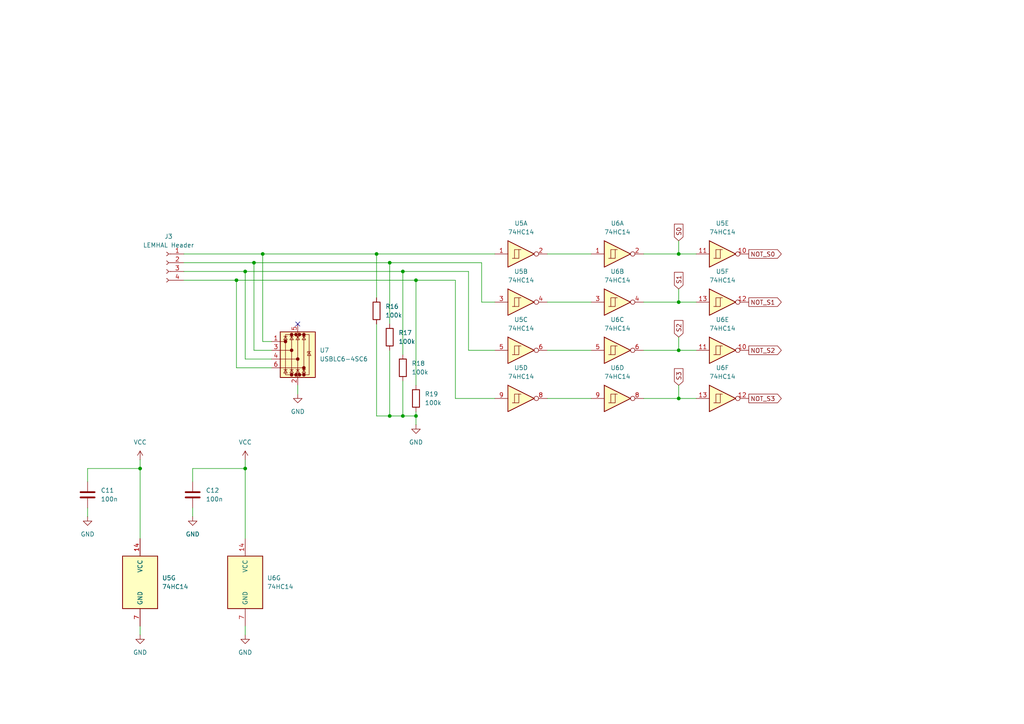
<source format=kicad_sch>
(kicad_sch (version 20250114) (generator "eeschema") (generator_version "9.0")
  (paper "A4")
  (title_block (title "PinCheck - 4 Pin Cable (LEMHAL)") (date "2025-08-27") (rev "Rev 1.0") (company "Igor Oliveira") (comment 1 "Continuity & Logic Test Circuit") (comment 2 "Decade Counter with pass/fail logic gates"))
  (lib_symbols
    (symbol "74xx:74HC14" (pin_names (offset 1.016))
      (property "Reference" "U" (at 0 1.27 0))
      (property "Value" "74HC14" (at 0 -1.27 0))
      (symbol "74HC14_1_0"
        (polyline (pts (xy -3.81 3.81) (xy -3.81 -3.81) (xy 3.81 0) (xy -3.81 3.81)) (stroke (width 0.254)) (fill (type background)))
        (pin input line (at -7.62 0 0) (length 3.81) (name "~") (number "1"))
        (pin output inverted (at 7.62 0 180) (length 3.81) (name "~") (number "2"))
      )
      (symbol "74HC14_1_1"
        (polyline (pts (xy -2.54 -1.27) (xy -0.635 -1.27) (xy -0.635 1.27) (xy 0 1.27)))
        (polyline (pts (xy -1.905 -1.27) (xy -1.905 1.27) (xy -0.635 1.27)))
      )
      (symbol "74HC14_2_0"
        (polyline (pts (xy -3.81 3.81) (xy -3.81 -3.81) (xy 3.81 0) (xy -3.81 3.81)) (stroke (width 0.254)) (fill (type background)))
        (pin input line (at -7.62 0 0) (length 3.81) (name "~") (number "3"))
        (pin output inverted (at 7.62 0 180) (length 3.81) (name "~") (number "4"))
      )
      (symbol "74HC14_2_1"
        (polyline (pts (xy -2.54 -1.27) (xy -0.635 -1.27) (xy -0.635 1.27) (xy 0 1.27)))
        (polyline (pts (xy -1.905 -1.27) (xy -1.905 1.27) (xy -0.635 1.27)))
      )
      (symbol "74HC14_3_0"
        (polyline (pts (xy -3.81 3.81) (xy -3.81 -3.81) (xy 3.81 0) (xy -3.81 3.81)) (stroke (width 0.254)) (fill (type background)))
        (pin input line (at -7.62 0 0) (length 3.81) (name "~") (number "5"))
        (pin output inverted (at 7.62 0 180) (length 3.81) (name "~") (number "6"))
      )
      (symbol "74HC14_3_1"
        (polyline (pts (xy -2.54 -1.27) (xy -0.635 -1.27) (xy -0.635 1.27) (xy 0 1.27)))
        (polyline (pts (xy -1.905 -1.27) (xy -1.905 1.27) (xy -0.635 1.27)))
      )
      (symbol "74HC14_4_0"
        (polyline (pts (xy -3.81 3.81) (xy -3.81 -3.81) (xy 3.81 0) (xy -3.81 3.81)) (stroke (width 0.254)) (fill (type background)))
        (pin input line (at -7.62 0 0) (length 3.81) (name "~") (number "9"))
        (pin output inverted (at 7.62 0 180) (length 3.81) (name "~") (number "8"))
      )
      (symbol "74HC14_4_1"
        (polyline (pts (xy -2.54 -1.27) (xy -0.635 -1.27) (xy -0.635 1.27) (xy 0 1.27)))
        (polyline (pts (xy -1.905 -1.27) (xy -1.905 1.27) (xy -0.635 1.27)))
      )
      (symbol "74HC14_5_0"
        (polyline (pts (xy -3.81 3.81) (xy -3.81 -3.81) (xy 3.81 0) (xy -3.81 3.81)) (stroke (width 0.254)) (fill (type background)))
        (pin input line (at -7.62 0 0) (length 3.81) (name "~") (number "11"))
        (pin output inverted (at 7.62 0 180) (length 3.81) (name "~") (number "10"))
      )
      (symbol "74HC14_5_1"
        (polyline (pts (xy -2.54 -1.27) (xy -0.635 -1.27) (xy -0.635 1.27) (xy 0 1.27)))
        (polyline (pts (xy -1.905 -1.27) (xy -1.905 1.27) (xy -0.635 1.27)))
      )
      (symbol "74HC14_6_0"
        (polyline (pts (xy -3.81 3.81) (xy -3.81 -3.81) (xy 3.81 0) (xy -3.81 3.81)) (stroke (width 0.254)) (fill (type background)))
        (pin input line (at -7.62 0 0) (length 3.81) (name "~") (number "13"))
        (pin output inverted (at 7.62 0 180) (length 3.81) (name "~") (number "12"))
      )
      (symbol "74HC14_6_1"
        (polyline (pts (xy -2.54 -1.27) (xy -0.635 -1.27) (xy -0.635 1.27) (xy 0 1.27)))
        (polyline (pts (xy -1.905 -1.27) (xy -1.905 1.27) (xy -0.635 1.27)))
      )
      (symbol "74HC14_7_0"
        (pin power_in line (at 0 12.7 270) (length 5.08) (name "VCC") (number "14"))
        (pin power_in line (at 0 -12.7 90) (length 5.08) (name "GND") (number "7"))
      )
      (symbol "74HC14_7_1"
        (rectangle (start -5.08 7.62) (end 5.08 -7.62) (stroke (width 0.254)) (fill (type background)))
      )
    )
    (symbol "Connector:Conn_01x04_Socket" (pin_names (offset 1.016) (hide yes))
      (property "Reference" "J" (at 0 5.08 0))
      (property "Value" "Conn_01x04_Socket" (at 0 -7.62 0))
      (symbol "Conn_01x04_Socket_1_1"
        (polyline (pts (xy -1.27 2.54) (xy -0.508 2.54)) (stroke (width 0.1524)))
        (polyline (pts (xy -1.27 0) (xy -0.508 0)) (stroke (width 0.1524)))
        (polyline (pts (xy -1.27 -2.54) (xy -0.508 -2.54)) (stroke (width 0.1524)))
        (polyline (pts (xy -1.27 -5.08) (xy -0.508 -5.08)) (stroke (width 0.1524)))
        (arc (start 0 2.032) (mid -0.5058 2.54) (end 0 3.048) (stroke (width 0.1524)))
        (arc (start 0 -0.508) (mid -0.5058 0) (end 0 0.508) (stroke (width 0.1524)))
        (arc (start 0 -3.048) (mid -0.5058 -2.54) (end 0 -2.032) (stroke (width 0.1524)))
        (arc (start 0 -5.588) (mid -0.5058 -5.08) (end 0 -4.572) (stroke (width 0.1524)))
        (pin passive line (at -5.08 2.54 0) (length 3.81) (name "Pin_1") (number "1"))
        (pin passive line (at -5.08 0 0) (length 3.81) (name "Pin_2") (number "2"))
        (pin passive line (at -5.08 -2.54 0) (length 3.81) (name "Pin_3") (number "3"))
        (pin passive line (at -5.08 -5.08 0) (length 3.81) (name "Pin_4") (number "4"))
      )
    )
    (symbol "Device:C" (pin_numbers (hide yes)) (pin_names (offset 0.254))
      (property "Reference" "C" (at 0.635 2.54 0))
      (property "Value" "C" (at 0.635 -2.54 0))
      (symbol "C_0_1"
        (polyline (pts (xy -2.032 0.762) (xy 2.032 0.762)) (stroke (width 0.508)))
        (polyline (pts (xy -2.032 -0.762) (xy 2.032 -0.762)) (stroke (width 0.508)))
      )
      (symbol "C_1_1"
        (pin passive line (at 0 3.81 270) (length 2.794) (name "~") (number "1"))
        (pin passive line (at 0 -3.81 90) (length 2.794) (name "~") (number "2"))
      )
    )
    (symbol "Device:R" (pin_numbers (hide yes)) (pin_names (offset 0))
      (property "Reference" "R" (at 2.032 0 90))
      (property "Value" "R" (at 0 0 90))
      (symbol "R_0_1"
        (rectangle (start -1.016 -2.54) (end 1.016 2.54) (stroke (width 0.254)))
      )
      (symbol "R_1_1"
        (pin passive line (at 0 3.81 270) (length 1.27) (name "~") (number "1"))
        (pin passive line (at 0 -3.81 90) (length 1.27) (name "~") (number "2"))
      )
    )
    (symbol "Power_Protection:USBLC6-4SC6" (pin_names (hide yes))
      (property "Reference" "U" (at 1.27 9.525 0))
      (property "Value" "USBLC6-4SC6" (at 1.27 6.985 0))
      (symbol "USBLC6-4SC6_0_0"
        (circle (center -3.556 2.54) (radius 0.0001) (stroke (width 0.508)))
        (circle (center -1.778 4.572) (radius 0.0001) (stroke (width 0.508)))
        (circle (center -1.778 0) (radius 0.0001) (stroke (width 0.508)))
        (circle (center -1.778 -7.112) (radius 0.0001) (stroke (width 0.508)))
        (circle (center -0.508 4.572) (radius 0.0001) (stroke (width 0.508)))
        (circle (center -0.508 -7.112) (radius 0.0001) (stroke (width 0.508)))
        (circle (center 0 -2.54) (radius 0.0001) (stroke (width 0.508)))
        (circle (center 0.508 4.572) (radius 0.0001) (stroke (width 0.508)))
        (circle (center 0.508 -7.112) (radius 0.0001) (stroke (width 0.508)))
        (circle (center 1.778 4.572) (radius 0.0001) (stroke (width 0.508)))
        (circle (center 1.778 -5.08) (radius 0.0001) (stroke (width 0.508)))
        (circle (center 1.778 -7.112) (radius 0.0001) (stroke (width 0.508)))
      )
      (symbol "USBLC6-4SC6_0_1"
        (polyline (pts (xy -5.08 2.54) (xy -3.556 2.54)))
        (polyline (pts (xy -5.08 0) (xy -1.778 0)))
        (polyline (pts (xy -5.08 -2.54) (xy 0 -2.54)))
        (polyline (pts (xy -5.08 -5.08) (xy 1.778 -5.08)))
        (polyline (pts (xy -4.064 3.048) (xy -3.048 3.048) (xy -3.556 4.064) (xy -4.064 3.048)))
        (polyline (pts (xy -4.064 -5.588) (xy -3.048 -5.588)))
        (polyline (pts (xy -3.048 4.064) (xy -4.064 4.064)))
        (polyline (pts (xy -3.048 -6.604) (xy -4.064 -6.604) (xy -3.556 -5.588) (xy -3.048 -6.604)))
        (polyline (pts (xy -2.286 4.064) (xy -1.27 4.064)))
        (polyline (pts (xy -2.286 -5.588) (xy -1.27 -5.588)))
        (polyline (pts (xy -1.27 3.048) (xy -2.286 3.048) (xy -1.778 4.064) (xy -1.27 3.048)))
        (polyline (pts (xy -1.27 -6.604) (xy -2.286 -6.604) (xy -1.778 -5.588) (xy -1.27 -6.604)))
        (polyline (pts (xy -0.508 3.048) (xy 0.508 3.048) (xy 0 4.064) (xy -0.508 3.048)))
        (polyline (pts (xy -0.508 -5.588) (xy 0.508 -5.588)))
        (polyline (pts (xy -0.508 -6.604) (xy 0.508 -6.604) (xy 0 -5.588) (xy -0.508 -6.604)))
        (polyline (pts (xy 0 5.08) (xy 0.508 4.572)))
        (polyline (pts (xy 0.508 4.064) (xy -0.508 4.064)))
        (polyline (pts (xy 0.508 -7.112) (xy -0.508 -7.112)))
        (polyline (pts (xy 1.27 4.064) (xy 2.286 4.064)))
        (polyline (pts (xy 1.27 -6.604) (xy 2.286 -6.604) (xy 1.778 -5.588) (xy 1.27 -6.604)))
        (polyline (pts (xy 1.778 4.572) (xy 3.302 4.572) (xy 3.302 -7.112) (xy 1.778 -7.112)))
        (polyline (pts (xy 2.286 3.048) (xy 1.27 3.048) (xy 1.778 4.064) (xy 2.286 3.048)))
        (polyline (pts (xy 2.286 -5.588) (xy 1.27 -5.588)))
        (polyline (pts (xy 2.794 -0.762) (xy 2.794 -0.381) (xy 3.81 -0.381)))
        (polyline (pts (xy 3.81 -1.524) (xy 2.794 -1.524) (xy 3.302 -0.508) (xy 3.81 -1.524)))
      )
      (symbol "USBLC6-4SC6_1_1"
        (rectangle (start -5.08 5.334) (end 5.08 -7.874) (stroke (width 0.254)) (fill (type background)))
        (polyline (pts (xy -1.778 4.572) (xy -3.556 4.572) (xy -3.556 -7.112) (xy -1.778 -7.112)))
        (polyline (pts (xy -0.508 4.572) (xy 1.778 4.572) (xy 1.778 -7.112) (xy 0.508 -7.112)))
        (polyline (pts (xy 0 -7.62) (xy -0.508 -7.112) (xy -1.778 -7.112) (xy -1.778 4.572) (xy -0.508 4.572)))
        (polyline (pts (xy 0.508 -7.112) (xy 0 -6.604) (xy 0 4.064) (xy -0.508 4.572)))
        (pin passive line (at -7.62 2.54 0) (length 2.54) (name "I/O1") (number "1"))
        (pin passive line (at -7.62 0 0) (length 2.54) (name "I/O2") (number "3"))
        (pin passive line (at -7.62 -2.54 0) (length 2.54) (name "I/O3") (number "4"))
        (pin passive line (at -7.62 -5.08 0) (length 2.54) (name "I/O4") (number "6"))
        (pin passive line (at 0 7.62 270) (length 2.54) (name "VBUS") (number "5"))
        (pin passive line (at 0 -10.16 90) (length 2.54) (name "GND") (number "2"))
      )
    )
    (symbol "power:GND" (power) (pin_numbers (hide yes)) (pin_names (offset 0) (hide yes))
      (property "Value" "GND" (at 0 -3.81 0))
      (symbol "GND_0_1"
        (polyline (pts (xy 0 0) (xy 0 -1.27) (xy 1.27 -1.27) (xy 0 -2.54) (xy -1.27 -1.27) (xy 0 -1.27)))
      )
      (symbol "GND_1_1"
        (pin power_in line (at 0 0 270) (length 0) (name "~") (number "1"))
      )
    )
    (symbol "power:VCC" (power) (pin_numbers (hide yes)) (pin_names (offset 0) (hide yes))
      (property "Value" "VCC" (at 0 3.556 0))
      (symbol "VCC_0_1"
        (polyline (pts (xy -0.762 1.27) (xy 0 2.54)))
        (polyline (pts (xy 0 2.54) (xy 0.762 1.27)))
        (polyline (pts (xy 0 0) (xy 0 2.54)))
      )
      (symbol "VCC_1_1"
        (pin power_in line (at 0 0 90) (length 0) (name "~") (number "1"))
      )
    )
  )
  (junction (at 73.66 76.2))
  (junction (at 196.85 115.57))
  (junction (at 113.03 76.2))
  (junction (at 71.12 135.89))
  (junction (at 71.12 78.74))
  (junction (at 68.58 81.28))
  (junction (at 76.2 73.66))
  (junction (at 40.64 135.89))
  (junction (at 120.65 120.65))
  (junction (at 116.84 120.65))
  (junction (at 116.84 78.74))
  (junction (at 109.22 73.66))
  (junction (at 196.85 73.66))
  (junction (at 196.85 87.63))
  (junction (at 196.85 101.6))
  (junction (at 113.03 120.65))
  (junction (at 120.65 81.28))
  (no_connect (at 86.36 93.98))
  (wire (pts (xy 196.85 111.76) (xy 196.85 115.57)))
  (wire (pts (xy 86.36 114.3) (xy 86.36 111.76)))
  (wire (pts (xy 113.03 76.2) (xy 139.7 76.2)))
  (wire (pts (xy 171.45 101.6) (xy 158.75 101.6)))
  (wire (pts (xy 78.74 101.6) (xy 73.66 101.6)))
  (wire (pts (xy 109.22 73.66) (xy 143.51 73.66)))
  (wire (pts (xy 186.69 73.66) (xy 196.85 73.66)))
  (wire (pts (xy 25.4 135.89) (xy 25.4 139.7)))
  (wire (pts (xy 116.84 102.87) (xy 116.84 78.74)))
  (wire (pts (xy 109.22 120.65) (xy 113.03 120.65)))
  (wire (pts (xy 40.64 156.21) (xy 40.64 135.89)))
  (wire (pts (xy 116.84 120.65) (xy 116.84 110.49)))
  (wire (pts (xy 109.22 93.98) (xy 109.22 120.65)))
  (wire (pts (xy 71.12 104.14) (xy 71.12 78.74)))
  (wire (pts (xy 71.12 78.74) (xy 116.84 78.74)))
  (wire (pts (xy 68.58 81.28) (xy 120.65 81.28)))
  (wire (pts (xy 55.88 149.86) (xy 55.88 147.32)))
  (wire (pts (xy 116.84 120.65) (xy 120.65 120.65)))
  (wire (pts (xy 76.2 73.66) (xy 109.22 73.66)))
  (wire (pts (xy 120.65 81.28) (xy 120.65 111.76)))
  (wire (pts (xy 120.65 119.38) (xy 120.65 120.65)))
  (wire (pts (xy 71.12 135.89) (xy 55.88 135.89)))
  (wire (pts (xy 109.22 73.66) (xy 109.22 86.36)))
  (wire (pts (xy 196.85 115.57) (xy 201.93 115.57)))
  (wire (pts (xy 40.64 133.35) (xy 40.64 135.89)))
  (wire (pts (xy 196.85 101.6) (xy 201.93 101.6)))
  (wire (pts (xy 78.74 104.14) (xy 71.12 104.14)))
  (wire (pts (xy 53.34 81.28) (xy 68.58 81.28)))
  (wire (pts (xy 76.2 99.06) (xy 76.2 73.66)))
  (wire (pts (xy 132.08 81.28) (xy 120.65 81.28)))
  (wire (pts (xy 196.85 87.63) (xy 201.93 87.63)))
  (wire (pts (xy 53.34 73.66) (xy 76.2 73.66)))
  (wire (pts (xy 73.66 76.2) (xy 113.03 76.2)))
  (wire (pts (xy 113.03 76.2) (xy 113.03 93.98)))
  (wire (pts (xy 73.66 101.6) (xy 73.66 76.2)))
  (wire (pts (xy 158.75 73.66) (xy 171.45 73.66)))
  (wire (pts (xy 53.34 76.2) (xy 73.66 76.2)))
  (wire (pts (xy 196.85 69.85) (xy 196.85 73.66)))
  (wire (pts (xy 186.69 87.63) (xy 196.85 87.63)))
  (wire (pts (xy 113.03 120.65) (xy 116.84 120.65)))
  (wire (pts (xy 40.64 135.89) (xy 25.4 135.89)))
  (wire (pts (xy 71.12 133.35) (xy 71.12 135.89)))
  (wire (pts (xy 116.84 78.74) (xy 135.89 78.74)))
  (wire (pts (xy 196.85 97.79) (xy 196.85 101.6)))
  (wire (pts (xy 196.85 73.66) (xy 201.93 73.66)))
  (wire (pts (xy 171.45 87.63) (xy 158.75 87.63)))
  (wire (pts (xy 139.7 76.2) (xy 139.7 87.63)))
  (wire (pts (xy 196.85 83.82) (xy 196.85 87.63)))
  (wire (pts (xy 25.4 149.86) (xy 25.4 147.32)))
  (wire (pts (xy 113.03 120.65) (xy 113.03 101.6)))
  (wire (pts (xy 78.74 99.06) (xy 76.2 99.06)))
  (wire (pts (xy 135.89 101.6) (xy 143.51 101.6)))
  (wire (pts (xy 132.08 115.57) (xy 132.08 81.28)))
  (wire (pts (xy 120.65 123.19) (xy 120.65 120.65)))
  (wire (pts (xy 53.34 78.74) (xy 71.12 78.74)))
  (wire (pts (xy 135.89 78.74) (xy 135.89 101.6)))
  (wire (pts (xy 71.12 184.15) (xy 71.12 181.61)))
  (wire (pts (xy 55.88 135.89) (xy 55.88 139.7)))
  (wire (pts (xy 143.51 115.57) (xy 132.08 115.57)))
  (wire (pts (xy 186.69 101.6) (xy 196.85 101.6)))
  (wire (pts (xy 78.74 106.68) (xy 68.58 106.68)))
  (wire (pts (xy 68.58 106.68) (xy 68.58 81.28)))
  (wire (pts (xy 139.7 87.63) (xy 143.51 87.63)))
  (wire (pts (xy 171.45 115.57) (xy 158.75 115.57)))
  (wire (pts (xy 71.12 156.21) (xy 71.12 135.89)))
  (wire (pts (xy 186.69 115.57) (xy 196.85 115.57)))
  (wire (pts (xy 40.64 184.15) (xy 40.64 181.61)))
  (global_label "S3" (shape input) (at 196.85 111.76 90) (property "Intersheetrefs" "${INTERSHEET_REFS}" (effects (hide yes))))
  (global_label "S1" (shape input) (at 196.85 83.82 90) (property "Intersheetrefs" "${INTERSHEET_REFS}" (effects (hide yes))))
  (global_label "NOT_S2" (shape output) (at 217.17 101.6 0) (property "Intersheetrefs" "${INTERSHEET_REFS}" (effects (hide yes))))
  (global_label "NOT_S3" (shape output) (at 217.17 115.57 0) (property "Intersheetrefs" "${INTERSHEET_REFS}" (effects (hide yes))))
  (global_label "S0" (shape input) (at 196.85 69.85 90) (property "Intersheetrefs" "${INTERSHEET_REFS}" (effects (hide yes))))
  (global_label "NOT_S1" (shape output) (at 217.17 87.63 0) (property "Intersheetrefs" "${INTERSHEET_REFS}" (effects (hide yes))))
  (global_label "S2" (shape input) (at 196.85 97.79 90) (property "Intersheetrefs" "${INTERSHEET_REFS}" (effects (hide yes))))
  (global_label "NOT_S0" (shape output) (at 217.17 73.66 0) (property "Intersheetrefs" "${INTERSHEET_REFS}" (effects (hide yes))))
  (symbol (lib_id "Device:C") (at 25.4 143.51 0) (unit 1)
    (property "Reference" "C11" (at 29.21 142.2399 0) (effects (justify left)))
    (property "Value" "100n" (at 29.21 144.7799 0) (effects (justify left)))
    (property "Footprint" "Capacitor_SMD:C_0805_2012Metric" (effects (hide yes)))
    (property "Description" "Unpolarized capacitor" (effects (hide yes)))
  )
  (symbol (lib_id "74xx:74HC14") (at 179.07 73.66 0) (unit 1)
    (property "Reference" "U6" (at 179.07 64.77 0))
    (property "Value" "74HC14" (at 179.07 67.31 0))
    (property "Footprint" "Package_SO:SOIC-14_3.9x8.7mm_P1.27mm" (effects (hide yes)))
    (property "Datasheet" "http://www.ti.com/lit/gpn/sn74HC14" (effects (hide yes)))
    (property "Description" "Hex inverter schmitt trigger" (effects (hide yes)))
  )
  (symbol (lib_id "power:GND") (at 86.36 114.3 0) (unit 1)
    (property "Reference" "#PWR040" (effects (hide yes)))
    (property "Value" "GND" (at 86.36 119.38 0))
    (property "Description" "Power symbol creates a global label with name \"GND\" , ground" (effects (hide yes)))
  )
  (symbol (lib_id "power:VCC") (at 71.12 133.35 0) (unit 1)
    (property "Reference" "#PWR038" (effects (hide yes)))
    (property "Value" "VCC" (at 71.12 128.27 0))
    (property "Description" "Power symbol creates a global label with name \"VCC\"" (effects (hide yes)))
  )
  (symbol (lib_id "Device:R") (at 120.65 115.57 0) (mirror y) (unit 1)
    (property "Reference" "R19" (at 123.19 114.2999 0) (effects (justify right)))
    (property "Value" "100k" (at 123.19 116.8399 0) (effects (justify right)))
    (property "Footprint" "Resistor_SMD:R_0805_2012Metric" (effects (hide yes)))
    (property "Description" "Resistor" (effects (hide yes)))
  )
  (symbol (lib_id "74xx:74HC14") (at 209.55 73.66 0) (unit 5)
    (property "Reference" "U5" (at 209.55 64.77 0))
    (property "Value" "74HC14" (at 209.55 67.31 0))
    (property "Footprint" "Package_SO:SOIC-14_3.9x8.7mm_P1.27mm" (effects (hide yes)))
    (property "Datasheet" "http://www.ti.com/lit/gpn/sn74HC14" (effects (hide yes)))
    (property "Description" "Hex inverter schmitt trigger" (effects (hide yes)))
  )
  (symbol (lib_id "74xx:74HC14") (at 209.55 115.57 0) (unit 6)
    (property "Reference" "U6" (at 209.55 106.68 0))
    (property "Value" "74HC14" (at 209.55 109.22 0))
    (property "Footprint" "Package_SO:SOIC-14_3.9x8.7mm_P1.27mm" (effects (hide yes)))
    (property "Datasheet" "http://www.ti.com/lit/gpn/sn74HC14" (effects (hide yes)))
    (property "Description" "Hex inverter schmitt trigger" (effects (hide yes)))
  )
  (symbol (lib_id "74xx:74HC14") (at 179.07 101.6 0) (unit 3)
    (property "Reference" "U6" (at 179.07 92.71 0))
    (property "Value" "74HC14" (at 179.07 95.25 0))
    (property "Footprint" "Package_SO:SOIC-14_3.9x8.7mm_P1.27mm" (effects (hide yes)))
    (property "Datasheet" "http://www.ti.com/lit/gpn/sn74HC14" (effects (hide yes)))
    (property "Description" "Hex inverter schmitt trigger" (effects (hide yes)))
  )
  (symbol (lib_id "74xx:74HC14") (at 179.07 87.63 0) (unit 2)
    (property "Reference" "U6" (at 179.07 78.74 0))
    (property "Value" "74HC14" (at 179.07 81.28 0))
    (property "Footprint" "Package_SO:SOIC-14_3.9x8.7mm_P1.27mm" (effects (hide yes)))
    (property "Datasheet" "http://www.ti.com/lit/gpn/sn74HC14" (effects (hide yes)))
    (property "Description" "Hex inverter schmitt trigger" (effects (hide yes)))
  )
  (symbol (lib_id "power:GND") (at 25.4 149.86 0) (unit 1)
    (property "Reference" "#PWR034" (effects (hide yes)))
    (property "Value" "GND" (at 25.4 154.94 0))
    (property "Description" "Power symbol creates a global label with name \"GND\" , ground" (effects (hide yes)))
  )
  (symbol (lib_id "74xx:74HC14") (at 151.13 101.6 0) (unit 3)
    (property "Reference" "U5" (at 151.13 92.71 0))
    (property "Value" "74HC14" (at 151.13 95.25 0))
    (property "Footprint" "Package_SO:SOIC-14_3.9x8.7mm_P1.27mm" (effects (hide yes)))
    (property "Datasheet" "http://www.ti.com/lit/gpn/sn74HC14" (effects (hide yes)))
    (property "Description" "Hex inverter schmitt trigger" (effects (hide yes)))
  )
  (symbol (lib_id "74xx:74HC14") (at 179.07 115.57 0) (unit 4)
    (property "Reference" "U6" (at 179.07 106.68 0))
    (property "Value" "74HC14" (at 179.07 109.22 0))
    (property "Footprint" "Package_SO:SOIC-14_3.9x8.7mm_P1.27mm" (effects (hide yes)))
    (property "Datasheet" "http://www.ti.com/lit/gpn/sn74HC14" (effects (hide yes)))
    (property "Description" "Hex inverter schmitt trigger" (effects (hide yes)))
  )
  (symbol (lib_id "74xx:74HC14") (at 209.55 101.6 0) (unit 5)
    (property "Reference" "U6" (at 209.55 92.71 0))
    (property "Value" "74HC14" (at 209.55 95.25 0))
    (property "Footprint" "Package_SO:SOIC-14_3.9x8.7mm_P1.27mm" (effects (hide yes)))
    (property "Datasheet" "http://www.ti.com/lit/gpn/sn74HC14" (effects (hide yes)))
    (property "Description" "Hex inverter schmitt trigger" (effects (hide yes)))
  )
  (symbol (lib_id "74xx:74HC14") (at 151.13 115.57 0) (unit 4)
    (property "Reference" "U5" (at 151.13 106.68 0))
    (property "Value" "74HC14" (at 151.13 109.22 0))
    (property "Footprint" "Package_SO:SOIC-14_3.9x8.7mm_P1.27mm" (effects (hide yes)))
    (property "Datasheet" "http://www.ti.com/lit/gpn/sn74HC14" (effects (hide yes)))
    (property "Description" "Hex inverter schmitt trigger" (effects (hide yes)))
  )
  (symbol (lib_id "Power_Protection:USBLC6-4SC6") (at 86.36 101.6 0) (unit 1)
    (property "Reference" "U7" (at 92.71 101.5999 0) (effects (justify left)))
    (property "Value" "USBLC6-4SC6" (at 92.71 104.1399 0) (effects (justify left)))
    (property "Footprint" "Package_TO_SOT_SMD:SOT-23-6" (effects (hide yes)))
    (property "Datasheet" "https://www.st.com/resource/en/datasheet/usblc6-4.pdf" (effects (hide yes)))
    (property "Description" "Very low capacitance ESD protection diode, 4 data-line, SOT-23-6" (effects (hide yes)))
  )
  (symbol (lib_id "power:GND") (at 71.12 184.15 0) (unit 1)
    (property "Reference" "#PWR039" (effects (hide yes)))
    (property "Value" "GND" (at 71.12 189.23 0))
    (property "Description" "Power symbol creates a global label with name \"GND\" , ground" (effects (hide yes)))
  )
  (symbol (lib_id "Device:C") (at 55.88 143.51 0) (unit 1)
    (property "Reference" "C12" (at 59.69 142.2399 0) (effects (justify left)))
    (property "Value" "100n" (at 59.69 144.7799 0) (effects (justify left)))
    (property "Footprint" "Capacitor_SMD:C_0805_2012Metric" (effects (hide yes)))
    (property "Description" "Unpolarized capacitor" (effects (hide yes)))
  )
  (symbol (lib_id "Connector:Conn_01x04_Socket") (at 48.26 76.2 0) (mirror y) (unit 1)
    (property "Reference" "J3" (at 48.895 68.58 0))
    (property "Value" "LEMHAL Header" (at 48.895 71.12 0))
    (property "Footprint" "Connector_Molex:SHDRRA4W70P0X254_1X4_1016X1170X580P" (effects (hide yes)))
    (property "Description" "Generic connector, single row, 01x04, script generated" (effects (hide yes)))
  )
  (symbol (lib_id "power:GND") (at 120.65 123.19 0) (unit 1)
    (property "Reference" "#PWR041" (effects (hide yes)))
    (property "Value" "GND" (at 120.65 128.27 0))
    (property "Description" "Power symbol creates a global label with name \"GND\" , ground" (effects (hide yes)))
  )
  (symbol (lib_id "Device:R") (at 109.22 90.17 0) (mirror y) (unit 1)
    (property "Reference" "R16" (at 111.76 88.8999 0) (effects (justify right)))
    (property "Value" "100k" (at 111.76 91.4399 0) (effects (justify right)))
    (property "Footprint" "Resistor_SMD:R_0805_2012Metric" (effects (hide yes)))
    (property "Description" "Resistor" (effects (hide yes)))
  )
  (symbol (lib_id "power:GND") (at 55.88 149.86 0) (unit 1)
    (property "Reference" "#PWR037" (effects (hide yes)))
    (property "Value" "GND" (at 55.88 154.94 0))
    (property "Description" "Power symbol creates a global label with name \"GND\" , ground" (effects (hide yes)))
  )
  (symbol (lib_id "74xx:74HC14") (at 151.13 73.66 0) (unit 1)
    (property "Reference" "U5" (at 151.13 64.77 0))
    (property "Value" "74HC14" (at 151.13 67.31 0))
    (property "Footprint" "Package_SO:SOIC-14_3.9x8.7mm_P1.27mm" (effects (hide yes)))
    (property "Datasheet" "http://www.ti.com/lit/gpn/sn74HC14" (effects (hide yes)))
    (property "Description" "Hex inverter schmitt trigger" (effects (hide yes)))
  )
  (symbol (lib_id "74xx:74HC14") (at 40.64 168.91 0) (unit 7)
    (property "Reference" "U5" (at 46.99 167.6399 0) (effects (justify left)))
    (property "Value" "74HC14" (at 46.99 170.1799 0) (effects (justify left)))
    (property "Footprint" "Package_SO:SOIC-14_3.9x8.7mm_P1.27mm" (effects (hide yes)))
    (property "Datasheet" "http://www.ti.com/lit/gpn/sn74HC14" (effects (hide yes)))
    (property "Description" "Hex inverter schmitt trigger" (effects (hide yes)))
  )
  (symbol (lib_id "74xx:74HC14") (at 71.12 168.91 0) (unit 7)
    (property "Reference" "U6" (at 77.47 167.6399 0) (effects (justify left)))
    (property "Value" "74HC14" (at 77.47 170.1799 0) (effects (justify left)))
    (property "Footprint" "Package_SO:SOIC-14_3.9x8.7mm_P1.27mm" (effects (hide yes)))
    (property "Datasheet" "http://www.ti.com/lit/gpn/sn74HC14" (effects (hide yes)))
    (property "Description" "Hex inverter schmitt trigger" (effects (hide yes)))
  )
  (symbol (lib_id "power:GND") (at 40.64 184.15 0) (unit 1)
    (property "Reference" "#PWR036" (effects (hide yes)))
    (property "Value" "GND" (at 40.64 189.23 0))
    (property "Description" "Power symbol creates a global label with name \"GND\" , ground" (effects (hide yes)))
  )
  (symbol (lib_id "74xx:74HC14") (at 151.13 87.63 0) (unit 2)
    (property "Reference" "U5" (at 151.13 78.74 0))
    (property "Value" "74HC14" (at 151.13 81.28 0))
    (property "Footprint" "Package_SO:SOIC-14_3.9x8.7mm_P1.27mm" (effects (hide yes)))
    (property "Datasheet" "http://www.ti.com/lit/gpn/sn74HC14" (effects (hide yes)))
    (property "Description" "Hex inverter schmitt trigger" (effects (hide yes)))
  )
  (symbol (lib_id "Device:R") (at 113.03 97.79 0) (mirror y) (unit 1)
    (property "Reference" "R17" (at 115.57 96.5199 0) (effects (justify right)))
    (property "Value" "100k" (at 115.57 99.0599 0) (effects (justify right)))
    (property "Footprint" "Resistor_SMD:R_0805_2012Metric" (effects (hide yes)))
    (property "Description" "Resistor" (effects (hide yes)))
  )
  (symbol (lib_id "power:VCC") (at 40.64 133.35 0) (unit 1)
    (property "Reference" "#PWR035" (effects (hide yes)))
    (property "Value" "VCC" (at 40.64 128.27 0))
    (property "Description" "Power symbol creates a global label with name \"VCC\"" (effects (hide yes)))
  )
  (symbol (lib_id "Device:R") (at 116.84 106.68 0) (mirror y) (unit 1)
    (property "Reference" "R18" (at 119.38 105.4099 0) (effects (justify right)))
    (property "Value" "100k" (at 119.38 107.9499 0) (effects (justify right)))
    (property "Footprint" "Resistor_SMD:R_0805_2012Metric" (effects (hide yes)))
    (property "Description" "Resistor" (effects (hide yes)))
  )
  (symbol (lib_id "74xx:74HC14") (at 209.55 87.63 0) (unit 6)
    (property "Reference" "U5" (at 209.55 78.74 0))
    (property "Value" "74HC14" (at 209.55 81.28 0))
    (property "Footprint" "Package_SO:SOIC-14_3.9x8.7mm_P1.27mm" (effects (hide yes)))
    (property "Datasheet" "http://www.ti.com/lit/gpn/sn74HC14" (effects (hide yes)))
    (property "Description" "Hex inverter schmitt trigger" (effects (hide yes)))
  )
)
</source>
